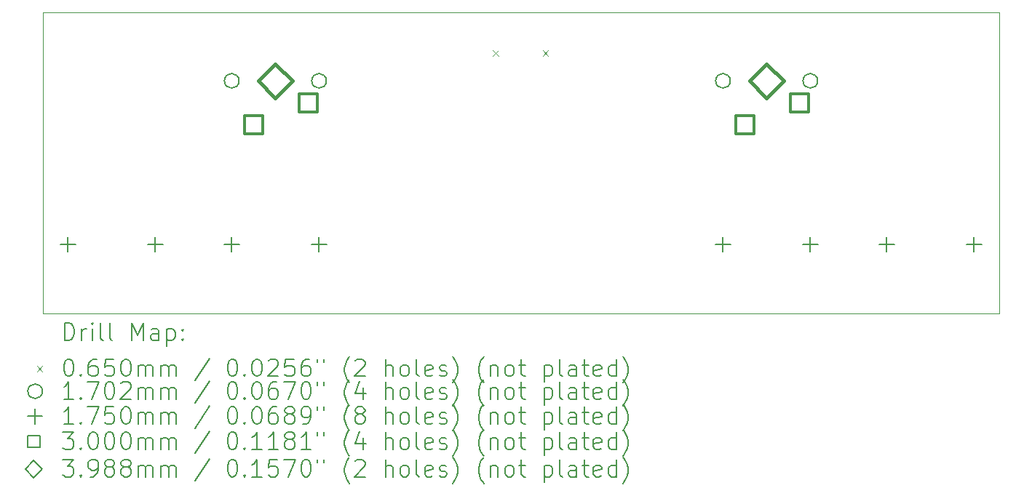
<source format=gbr>
%FSLAX45Y45*%
G04 Gerber Fmt 4.5, Leading zero omitted, Abs format (unit mm)*
G04 Created by KiCad (PCBNEW (6.0.0)) date 2023-06-02 21:34:01*
%MOMM*%
%LPD*%
G01*
G04 APERTURE LIST*
%TA.AperFunction,Profile*%
%ADD10C,0.100000*%
%TD*%
%ADD11C,0.200000*%
%ADD12C,0.065000*%
%ADD13C,0.170180*%
%ADD14C,0.175000*%
%ADD15C,0.300000*%
%ADD16C,0.398780*%
G04 APERTURE END LIST*
D10*
X25365000Y-8000000D02*
X14240000Y-8000000D01*
X14240000Y-8000000D02*
X14240000Y-4495000D01*
X14240000Y-4495000D02*
X25365000Y-4495000D01*
X25365000Y-4495000D02*
X25365000Y-8000000D01*
D11*
D12*
X19476000Y-4939000D02*
X19541000Y-5004000D01*
X19541000Y-4939000D02*
X19476000Y-5004000D01*
X20054000Y-4939000D02*
X20119000Y-5004000D01*
X20119000Y-4939000D02*
X20054000Y-5004000D01*
D13*
X16522090Y-5295000D02*
G75*
G03*
X16522090Y-5295000I-85090J0D01*
G01*
X17538090Y-5295000D02*
G75*
G03*
X17538090Y-5295000I-85090J0D01*
G01*
X22237090Y-5295000D02*
G75*
G03*
X22237090Y-5295000I-85090J0D01*
G01*
X23253090Y-5295000D02*
G75*
G03*
X23253090Y-5295000I-85090J0D01*
G01*
D14*
X14532000Y-7112500D02*
X14532000Y-7287500D01*
X14444500Y-7200000D02*
X14619500Y-7200000D01*
X15548000Y-7112500D02*
X15548000Y-7287500D01*
X15460500Y-7200000D02*
X15635500Y-7200000D01*
X16437000Y-7112500D02*
X16437000Y-7287500D01*
X16349500Y-7200000D02*
X16524500Y-7200000D01*
X17453000Y-7112500D02*
X17453000Y-7287500D01*
X17365500Y-7200000D02*
X17540500Y-7200000D01*
X22152000Y-7112500D02*
X22152000Y-7287500D01*
X22064500Y-7200000D02*
X22239500Y-7200000D01*
X23168000Y-7112500D02*
X23168000Y-7287500D01*
X23080500Y-7200000D02*
X23255500Y-7200000D01*
X24057000Y-7112500D02*
X24057000Y-7287500D01*
X23969500Y-7200000D02*
X24144500Y-7200000D01*
X25073000Y-7112500D02*
X25073000Y-7287500D01*
X24985500Y-7200000D02*
X25160500Y-7200000D01*
D15*
X16797067Y-5909067D02*
X16797067Y-5696933D01*
X16584933Y-5696933D01*
X16584933Y-5909067D01*
X16797067Y-5909067D01*
X17432067Y-5655067D02*
X17432067Y-5442933D01*
X17219933Y-5442933D01*
X17219933Y-5655067D01*
X17432067Y-5655067D01*
X22512067Y-5909067D02*
X22512067Y-5696933D01*
X22299933Y-5696933D01*
X22299933Y-5909067D01*
X22512067Y-5909067D01*
X23147067Y-5655067D02*
X23147067Y-5442933D01*
X22934933Y-5442933D01*
X22934933Y-5655067D01*
X23147067Y-5655067D01*
D16*
X16945000Y-5494390D02*
X17144390Y-5295000D01*
X16945000Y-5095610D01*
X16745610Y-5295000D01*
X16945000Y-5494390D01*
X22660000Y-5494390D02*
X22859390Y-5295000D01*
X22660000Y-5095610D01*
X22460610Y-5295000D01*
X22660000Y-5494390D01*
D11*
X14492619Y-8315476D02*
X14492619Y-8115476D01*
X14540238Y-8115476D01*
X14568809Y-8125000D01*
X14587857Y-8144048D01*
X14597381Y-8163095D01*
X14606905Y-8201190D01*
X14606905Y-8229762D01*
X14597381Y-8267857D01*
X14587857Y-8286905D01*
X14568809Y-8305952D01*
X14540238Y-8315476D01*
X14492619Y-8315476D01*
X14692619Y-8315476D02*
X14692619Y-8182143D01*
X14692619Y-8220238D02*
X14702143Y-8201190D01*
X14711667Y-8191667D01*
X14730714Y-8182143D01*
X14749762Y-8182143D01*
X14816428Y-8315476D02*
X14816428Y-8182143D01*
X14816428Y-8115476D02*
X14806905Y-8125000D01*
X14816428Y-8134524D01*
X14825952Y-8125000D01*
X14816428Y-8115476D01*
X14816428Y-8134524D01*
X14940238Y-8315476D02*
X14921190Y-8305952D01*
X14911667Y-8286905D01*
X14911667Y-8115476D01*
X15045000Y-8315476D02*
X15025952Y-8305952D01*
X15016428Y-8286905D01*
X15016428Y-8115476D01*
X15273571Y-8315476D02*
X15273571Y-8115476D01*
X15340238Y-8258333D01*
X15406905Y-8115476D01*
X15406905Y-8315476D01*
X15587857Y-8315476D02*
X15587857Y-8210714D01*
X15578333Y-8191667D01*
X15559286Y-8182143D01*
X15521190Y-8182143D01*
X15502143Y-8191667D01*
X15587857Y-8305952D02*
X15568809Y-8315476D01*
X15521190Y-8315476D01*
X15502143Y-8305952D01*
X15492619Y-8286905D01*
X15492619Y-8267857D01*
X15502143Y-8248809D01*
X15521190Y-8239286D01*
X15568809Y-8239286D01*
X15587857Y-8229762D01*
X15683095Y-8182143D02*
X15683095Y-8382143D01*
X15683095Y-8191667D02*
X15702143Y-8182143D01*
X15740238Y-8182143D01*
X15759286Y-8191667D01*
X15768809Y-8201190D01*
X15778333Y-8220238D01*
X15778333Y-8277381D01*
X15768809Y-8296428D01*
X15759286Y-8305952D01*
X15740238Y-8315476D01*
X15702143Y-8315476D01*
X15683095Y-8305952D01*
X15864048Y-8296428D02*
X15873571Y-8305952D01*
X15864048Y-8315476D01*
X15854524Y-8305952D01*
X15864048Y-8296428D01*
X15864048Y-8315476D01*
X15864048Y-8191667D02*
X15873571Y-8201190D01*
X15864048Y-8210714D01*
X15854524Y-8201190D01*
X15864048Y-8191667D01*
X15864048Y-8210714D01*
D12*
X14170000Y-8612500D02*
X14235000Y-8677500D01*
X14235000Y-8612500D02*
X14170000Y-8677500D01*
D11*
X14530714Y-8535476D02*
X14549762Y-8535476D01*
X14568809Y-8545000D01*
X14578333Y-8554524D01*
X14587857Y-8573571D01*
X14597381Y-8611667D01*
X14597381Y-8659286D01*
X14587857Y-8697381D01*
X14578333Y-8716429D01*
X14568809Y-8725952D01*
X14549762Y-8735476D01*
X14530714Y-8735476D01*
X14511667Y-8725952D01*
X14502143Y-8716429D01*
X14492619Y-8697381D01*
X14483095Y-8659286D01*
X14483095Y-8611667D01*
X14492619Y-8573571D01*
X14502143Y-8554524D01*
X14511667Y-8545000D01*
X14530714Y-8535476D01*
X14683095Y-8716429D02*
X14692619Y-8725952D01*
X14683095Y-8735476D01*
X14673571Y-8725952D01*
X14683095Y-8716429D01*
X14683095Y-8735476D01*
X14864048Y-8535476D02*
X14825952Y-8535476D01*
X14806905Y-8545000D01*
X14797381Y-8554524D01*
X14778333Y-8583095D01*
X14768809Y-8621190D01*
X14768809Y-8697381D01*
X14778333Y-8716429D01*
X14787857Y-8725952D01*
X14806905Y-8735476D01*
X14845000Y-8735476D01*
X14864048Y-8725952D01*
X14873571Y-8716429D01*
X14883095Y-8697381D01*
X14883095Y-8649762D01*
X14873571Y-8630714D01*
X14864048Y-8621190D01*
X14845000Y-8611667D01*
X14806905Y-8611667D01*
X14787857Y-8621190D01*
X14778333Y-8630714D01*
X14768809Y-8649762D01*
X15064048Y-8535476D02*
X14968809Y-8535476D01*
X14959286Y-8630714D01*
X14968809Y-8621190D01*
X14987857Y-8611667D01*
X15035476Y-8611667D01*
X15054524Y-8621190D01*
X15064048Y-8630714D01*
X15073571Y-8649762D01*
X15073571Y-8697381D01*
X15064048Y-8716429D01*
X15054524Y-8725952D01*
X15035476Y-8735476D01*
X14987857Y-8735476D01*
X14968809Y-8725952D01*
X14959286Y-8716429D01*
X15197381Y-8535476D02*
X15216428Y-8535476D01*
X15235476Y-8545000D01*
X15245000Y-8554524D01*
X15254524Y-8573571D01*
X15264048Y-8611667D01*
X15264048Y-8659286D01*
X15254524Y-8697381D01*
X15245000Y-8716429D01*
X15235476Y-8725952D01*
X15216428Y-8735476D01*
X15197381Y-8735476D01*
X15178333Y-8725952D01*
X15168809Y-8716429D01*
X15159286Y-8697381D01*
X15149762Y-8659286D01*
X15149762Y-8611667D01*
X15159286Y-8573571D01*
X15168809Y-8554524D01*
X15178333Y-8545000D01*
X15197381Y-8535476D01*
X15349762Y-8735476D02*
X15349762Y-8602143D01*
X15349762Y-8621190D02*
X15359286Y-8611667D01*
X15378333Y-8602143D01*
X15406905Y-8602143D01*
X15425952Y-8611667D01*
X15435476Y-8630714D01*
X15435476Y-8735476D01*
X15435476Y-8630714D02*
X15445000Y-8611667D01*
X15464048Y-8602143D01*
X15492619Y-8602143D01*
X15511667Y-8611667D01*
X15521190Y-8630714D01*
X15521190Y-8735476D01*
X15616428Y-8735476D02*
X15616428Y-8602143D01*
X15616428Y-8621190D02*
X15625952Y-8611667D01*
X15645000Y-8602143D01*
X15673571Y-8602143D01*
X15692619Y-8611667D01*
X15702143Y-8630714D01*
X15702143Y-8735476D01*
X15702143Y-8630714D02*
X15711667Y-8611667D01*
X15730714Y-8602143D01*
X15759286Y-8602143D01*
X15778333Y-8611667D01*
X15787857Y-8630714D01*
X15787857Y-8735476D01*
X16178333Y-8525952D02*
X16006905Y-8783095D01*
X16435476Y-8535476D02*
X16454524Y-8535476D01*
X16473571Y-8545000D01*
X16483095Y-8554524D01*
X16492619Y-8573571D01*
X16502143Y-8611667D01*
X16502143Y-8659286D01*
X16492619Y-8697381D01*
X16483095Y-8716429D01*
X16473571Y-8725952D01*
X16454524Y-8735476D01*
X16435476Y-8735476D01*
X16416428Y-8725952D01*
X16406905Y-8716429D01*
X16397381Y-8697381D01*
X16387857Y-8659286D01*
X16387857Y-8611667D01*
X16397381Y-8573571D01*
X16406905Y-8554524D01*
X16416428Y-8545000D01*
X16435476Y-8535476D01*
X16587857Y-8716429D02*
X16597381Y-8725952D01*
X16587857Y-8735476D01*
X16578333Y-8725952D01*
X16587857Y-8716429D01*
X16587857Y-8735476D01*
X16721190Y-8535476D02*
X16740238Y-8535476D01*
X16759286Y-8545000D01*
X16768809Y-8554524D01*
X16778333Y-8573571D01*
X16787857Y-8611667D01*
X16787857Y-8659286D01*
X16778333Y-8697381D01*
X16768809Y-8716429D01*
X16759286Y-8725952D01*
X16740238Y-8735476D01*
X16721190Y-8735476D01*
X16702143Y-8725952D01*
X16692619Y-8716429D01*
X16683095Y-8697381D01*
X16673571Y-8659286D01*
X16673571Y-8611667D01*
X16683095Y-8573571D01*
X16692619Y-8554524D01*
X16702143Y-8545000D01*
X16721190Y-8535476D01*
X16864048Y-8554524D02*
X16873571Y-8545000D01*
X16892619Y-8535476D01*
X16940238Y-8535476D01*
X16959286Y-8545000D01*
X16968810Y-8554524D01*
X16978333Y-8573571D01*
X16978333Y-8592619D01*
X16968810Y-8621190D01*
X16854524Y-8735476D01*
X16978333Y-8735476D01*
X17159286Y-8535476D02*
X17064048Y-8535476D01*
X17054524Y-8630714D01*
X17064048Y-8621190D01*
X17083095Y-8611667D01*
X17130714Y-8611667D01*
X17149762Y-8621190D01*
X17159286Y-8630714D01*
X17168810Y-8649762D01*
X17168810Y-8697381D01*
X17159286Y-8716429D01*
X17149762Y-8725952D01*
X17130714Y-8735476D01*
X17083095Y-8735476D01*
X17064048Y-8725952D01*
X17054524Y-8716429D01*
X17340238Y-8535476D02*
X17302143Y-8535476D01*
X17283095Y-8545000D01*
X17273571Y-8554524D01*
X17254524Y-8583095D01*
X17245000Y-8621190D01*
X17245000Y-8697381D01*
X17254524Y-8716429D01*
X17264048Y-8725952D01*
X17283095Y-8735476D01*
X17321190Y-8735476D01*
X17340238Y-8725952D01*
X17349762Y-8716429D01*
X17359286Y-8697381D01*
X17359286Y-8649762D01*
X17349762Y-8630714D01*
X17340238Y-8621190D01*
X17321190Y-8611667D01*
X17283095Y-8611667D01*
X17264048Y-8621190D01*
X17254524Y-8630714D01*
X17245000Y-8649762D01*
X17435476Y-8535476D02*
X17435476Y-8573571D01*
X17511667Y-8535476D02*
X17511667Y-8573571D01*
X17806905Y-8811667D02*
X17797381Y-8802143D01*
X17778333Y-8773571D01*
X17768810Y-8754524D01*
X17759286Y-8725952D01*
X17749762Y-8678333D01*
X17749762Y-8640238D01*
X17759286Y-8592619D01*
X17768810Y-8564048D01*
X17778333Y-8545000D01*
X17797381Y-8516429D01*
X17806905Y-8506905D01*
X17873571Y-8554524D02*
X17883095Y-8545000D01*
X17902143Y-8535476D01*
X17949762Y-8535476D01*
X17968810Y-8545000D01*
X17978333Y-8554524D01*
X17987857Y-8573571D01*
X17987857Y-8592619D01*
X17978333Y-8621190D01*
X17864048Y-8735476D01*
X17987857Y-8735476D01*
X18225952Y-8735476D02*
X18225952Y-8535476D01*
X18311667Y-8735476D02*
X18311667Y-8630714D01*
X18302143Y-8611667D01*
X18283095Y-8602143D01*
X18254524Y-8602143D01*
X18235476Y-8611667D01*
X18225952Y-8621190D01*
X18435476Y-8735476D02*
X18416429Y-8725952D01*
X18406905Y-8716429D01*
X18397381Y-8697381D01*
X18397381Y-8640238D01*
X18406905Y-8621190D01*
X18416429Y-8611667D01*
X18435476Y-8602143D01*
X18464048Y-8602143D01*
X18483095Y-8611667D01*
X18492619Y-8621190D01*
X18502143Y-8640238D01*
X18502143Y-8697381D01*
X18492619Y-8716429D01*
X18483095Y-8725952D01*
X18464048Y-8735476D01*
X18435476Y-8735476D01*
X18616429Y-8735476D02*
X18597381Y-8725952D01*
X18587857Y-8706905D01*
X18587857Y-8535476D01*
X18768810Y-8725952D02*
X18749762Y-8735476D01*
X18711667Y-8735476D01*
X18692619Y-8725952D01*
X18683095Y-8706905D01*
X18683095Y-8630714D01*
X18692619Y-8611667D01*
X18711667Y-8602143D01*
X18749762Y-8602143D01*
X18768810Y-8611667D01*
X18778333Y-8630714D01*
X18778333Y-8649762D01*
X18683095Y-8668810D01*
X18854524Y-8725952D02*
X18873571Y-8735476D01*
X18911667Y-8735476D01*
X18930714Y-8725952D01*
X18940238Y-8706905D01*
X18940238Y-8697381D01*
X18930714Y-8678333D01*
X18911667Y-8668810D01*
X18883095Y-8668810D01*
X18864048Y-8659286D01*
X18854524Y-8640238D01*
X18854524Y-8630714D01*
X18864048Y-8611667D01*
X18883095Y-8602143D01*
X18911667Y-8602143D01*
X18930714Y-8611667D01*
X19006905Y-8811667D02*
X19016429Y-8802143D01*
X19035476Y-8773571D01*
X19045000Y-8754524D01*
X19054524Y-8725952D01*
X19064048Y-8678333D01*
X19064048Y-8640238D01*
X19054524Y-8592619D01*
X19045000Y-8564048D01*
X19035476Y-8545000D01*
X19016429Y-8516429D01*
X19006905Y-8506905D01*
X19368810Y-8811667D02*
X19359286Y-8802143D01*
X19340238Y-8773571D01*
X19330714Y-8754524D01*
X19321190Y-8725952D01*
X19311667Y-8678333D01*
X19311667Y-8640238D01*
X19321190Y-8592619D01*
X19330714Y-8564048D01*
X19340238Y-8545000D01*
X19359286Y-8516429D01*
X19368810Y-8506905D01*
X19445000Y-8602143D02*
X19445000Y-8735476D01*
X19445000Y-8621190D02*
X19454524Y-8611667D01*
X19473571Y-8602143D01*
X19502143Y-8602143D01*
X19521190Y-8611667D01*
X19530714Y-8630714D01*
X19530714Y-8735476D01*
X19654524Y-8735476D02*
X19635476Y-8725952D01*
X19625952Y-8716429D01*
X19616429Y-8697381D01*
X19616429Y-8640238D01*
X19625952Y-8621190D01*
X19635476Y-8611667D01*
X19654524Y-8602143D01*
X19683095Y-8602143D01*
X19702143Y-8611667D01*
X19711667Y-8621190D01*
X19721190Y-8640238D01*
X19721190Y-8697381D01*
X19711667Y-8716429D01*
X19702143Y-8725952D01*
X19683095Y-8735476D01*
X19654524Y-8735476D01*
X19778333Y-8602143D02*
X19854524Y-8602143D01*
X19806905Y-8535476D02*
X19806905Y-8706905D01*
X19816429Y-8725952D01*
X19835476Y-8735476D01*
X19854524Y-8735476D01*
X20073571Y-8602143D02*
X20073571Y-8802143D01*
X20073571Y-8611667D02*
X20092619Y-8602143D01*
X20130714Y-8602143D01*
X20149762Y-8611667D01*
X20159286Y-8621190D01*
X20168810Y-8640238D01*
X20168810Y-8697381D01*
X20159286Y-8716429D01*
X20149762Y-8725952D01*
X20130714Y-8735476D01*
X20092619Y-8735476D01*
X20073571Y-8725952D01*
X20283095Y-8735476D02*
X20264048Y-8725952D01*
X20254524Y-8706905D01*
X20254524Y-8535476D01*
X20445000Y-8735476D02*
X20445000Y-8630714D01*
X20435476Y-8611667D01*
X20416429Y-8602143D01*
X20378333Y-8602143D01*
X20359286Y-8611667D01*
X20445000Y-8725952D02*
X20425952Y-8735476D01*
X20378333Y-8735476D01*
X20359286Y-8725952D01*
X20349762Y-8706905D01*
X20349762Y-8687857D01*
X20359286Y-8668810D01*
X20378333Y-8659286D01*
X20425952Y-8659286D01*
X20445000Y-8649762D01*
X20511667Y-8602143D02*
X20587857Y-8602143D01*
X20540238Y-8535476D02*
X20540238Y-8706905D01*
X20549762Y-8725952D01*
X20568810Y-8735476D01*
X20587857Y-8735476D01*
X20730714Y-8725952D02*
X20711667Y-8735476D01*
X20673571Y-8735476D01*
X20654524Y-8725952D01*
X20645000Y-8706905D01*
X20645000Y-8630714D01*
X20654524Y-8611667D01*
X20673571Y-8602143D01*
X20711667Y-8602143D01*
X20730714Y-8611667D01*
X20740238Y-8630714D01*
X20740238Y-8649762D01*
X20645000Y-8668810D01*
X20911667Y-8735476D02*
X20911667Y-8535476D01*
X20911667Y-8725952D02*
X20892619Y-8735476D01*
X20854524Y-8735476D01*
X20835476Y-8725952D01*
X20825952Y-8716429D01*
X20816429Y-8697381D01*
X20816429Y-8640238D01*
X20825952Y-8621190D01*
X20835476Y-8611667D01*
X20854524Y-8602143D01*
X20892619Y-8602143D01*
X20911667Y-8611667D01*
X20987857Y-8811667D02*
X20997381Y-8802143D01*
X21016429Y-8773571D01*
X21025952Y-8754524D01*
X21035476Y-8725952D01*
X21045000Y-8678333D01*
X21045000Y-8640238D01*
X21035476Y-8592619D01*
X21025952Y-8564048D01*
X21016429Y-8545000D01*
X20997381Y-8516429D01*
X20987857Y-8506905D01*
D13*
X14235000Y-8909000D02*
G75*
G03*
X14235000Y-8909000I-85090J0D01*
G01*
D11*
X14597381Y-8999476D02*
X14483095Y-8999476D01*
X14540238Y-8999476D02*
X14540238Y-8799476D01*
X14521190Y-8828048D01*
X14502143Y-8847095D01*
X14483095Y-8856619D01*
X14683095Y-8980429D02*
X14692619Y-8989952D01*
X14683095Y-8999476D01*
X14673571Y-8989952D01*
X14683095Y-8980429D01*
X14683095Y-8999476D01*
X14759286Y-8799476D02*
X14892619Y-8799476D01*
X14806905Y-8999476D01*
X15006905Y-8799476D02*
X15025952Y-8799476D01*
X15045000Y-8809000D01*
X15054524Y-8818524D01*
X15064048Y-8837571D01*
X15073571Y-8875667D01*
X15073571Y-8923286D01*
X15064048Y-8961381D01*
X15054524Y-8980429D01*
X15045000Y-8989952D01*
X15025952Y-8999476D01*
X15006905Y-8999476D01*
X14987857Y-8989952D01*
X14978333Y-8980429D01*
X14968809Y-8961381D01*
X14959286Y-8923286D01*
X14959286Y-8875667D01*
X14968809Y-8837571D01*
X14978333Y-8818524D01*
X14987857Y-8809000D01*
X15006905Y-8799476D01*
X15149762Y-8818524D02*
X15159286Y-8809000D01*
X15178333Y-8799476D01*
X15225952Y-8799476D01*
X15245000Y-8809000D01*
X15254524Y-8818524D01*
X15264048Y-8837571D01*
X15264048Y-8856619D01*
X15254524Y-8885190D01*
X15140238Y-8999476D01*
X15264048Y-8999476D01*
X15349762Y-8999476D02*
X15349762Y-8866143D01*
X15349762Y-8885190D02*
X15359286Y-8875667D01*
X15378333Y-8866143D01*
X15406905Y-8866143D01*
X15425952Y-8875667D01*
X15435476Y-8894714D01*
X15435476Y-8999476D01*
X15435476Y-8894714D02*
X15445000Y-8875667D01*
X15464048Y-8866143D01*
X15492619Y-8866143D01*
X15511667Y-8875667D01*
X15521190Y-8894714D01*
X15521190Y-8999476D01*
X15616428Y-8999476D02*
X15616428Y-8866143D01*
X15616428Y-8885190D02*
X15625952Y-8875667D01*
X15645000Y-8866143D01*
X15673571Y-8866143D01*
X15692619Y-8875667D01*
X15702143Y-8894714D01*
X15702143Y-8999476D01*
X15702143Y-8894714D02*
X15711667Y-8875667D01*
X15730714Y-8866143D01*
X15759286Y-8866143D01*
X15778333Y-8875667D01*
X15787857Y-8894714D01*
X15787857Y-8999476D01*
X16178333Y-8789952D02*
X16006905Y-9047095D01*
X16435476Y-8799476D02*
X16454524Y-8799476D01*
X16473571Y-8809000D01*
X16483095Y-8818524D01*
X16492619Y-8837571D01*
X16502143Y-8875667D01*
X16502143Y-8923286D01*
X16492619Y-8961381D01*
X16483095Y-8980429D01*
X16473571Y-8989952D01*
X16454524Y-8999476D01*
X16435476Y-8999476D01*
X16416428Y-8989952D01*
X16406905Y-8980429D01*
X16397381Y-8961381D01*
X16387857Y-8923286D01*
X16387857Y-8875667D01*
X16397381Y-8837571D01*
X16406905Y-8818524D01*
X16416428Y-8809000D01*
X16435476Y-8799476D01*
X16587857Y-8980429D02*
X16597381Y-8989952D01*
X16587857Y-8999476D01*
X16578333Y-8989952D01*
X16587857Y-8980429D01*
X16587857Y-8999476D01*
X16721190Y-8799476D02*
X16740238Y-8799476D01*
X16759286Y-8809000D01*
X16768809Y-8818524D01*
X16778333Y-8837571D01*
X16787857Y-8875667D01*
X16787857Y-8923286D01*
X16778333Y-8961381D01*
X16768809Y-8980429D01*
X16759286Y-8989952D01*
X16740238Y-8999476D01*
X16721190Y-8999476D01*
X16702143Y-8989952D01*
X16692619Y-8980429D01*
X16683095Y-8961381D01*
X16673571Y-8923286D01*
X16673571Y-8875667D01*
X16683095Y-8837571D01*
X16692619Y-8818524D01*
X16702143Y-8809000D01*
X16721190Y-8799476D01*
X16959286Y-8799476D02*
X16921190Y-8799476D01*
X16902143Y-8809000D01*
X16892619Y-8818524D01*
X16873571Y-8847095D01*
X16864048Y-8885190D01*
X16864048Y-8961381D01*
X16873571Y-8980429D01*
X16883095Y-8989952D01*
X16902143Y-8999476D01*
X16940238Y-8999476D01*
X16959286Y-8989952D01*
X16968810Y-8980429D01*
X16978333Y-8961381D01*
X16978333Y-8913762D01*
X16968810Y-8894714D01*
X16959286Y-8885190D01*
X16940238Y-8875667D01*
X16902143Y-8875667D01*
X16883095Y-8885190D01*
X16873571Y-8894714D01*
X16864048Y-8913762D01*
X17045000Y-8799476D02*
X17178333Y-8799476D01*
X17092619Y-8999476D01*
X17292619Y-8799476D02*
X17311667Y-8799476D01*
X17330714Y-8809000D01*
X17340238Y-8818524D01*
X17349762Y-8837571D01*
X17359286Y-8875667D01*
X17359286Y-8923286D01*
X17349762Y-8961381D01*
X17340238Y-8980429D01*
X17330714Y-8989952D01*
X17311667Y-8999476D01*
X17292619Y-8999476D01*
X17273571Y-8989952D01*
X17264048Y-8980429D01*
X17254524Y-8961381D01*
X17245000Y-8923286D01*
X17245000Y-8875667D01*
X17254524Y-8837571D01*
X17264048Y-8818524D01*
X17273571Y-8809000D01*
X17292619Y-8799476D01*
X17435476Y-8799476D02*
X17435476Y-8837571D01*
X17511667Y-8799476D02*
X17511667Y-8837571D01*
X17806905Y-9075667D02*
X17797381Y-9066143D01*
X17778333Y-9037571D01*
X17768810Y-9018524D01*
X17759286Y-8989952D01*
X17749762Y-8942333D01*
X17749762Y-8904238D01*
X17759286Y-8856619D01*
X17768810Y-8828048D01*
X17778333Y-8809000D01*
X17797381Y-8780429D01*
X17806905Y-8770905D01*
X17968810Y-8866143D02*
X17968810Y-8999476D01*
X17921190Y-8789952D02*
X17873571Y-8932810D01*
X17997381Y-8932810D01*
X18225952Y-8999476D02*
X18225952Y-8799476D01*
X18311667Y-8999476D02*
X18311667Y-8894714D01*
X18302143Y-8875667D01*
X18283095Y-8866143D01*
X18254524Y-8866143D01*
X18235476Y-8875667D01*
X18225952Y-8885190D01*
X18435476Y-8999476D02*
X18416429Y-8989952D01*
X18406905Y-8980429D01*
X18397381Y-8961381D01*
X18397381Y-8904238D01*
X18406905Y-8885190D01*
X18416429Y-8875667D01*
X18435476Y-8866143D01*
X18464048Y-8866143D01*
X18483095Y-8875667D01*
X18492619Y-8885190D01*
X18502143Y-8904238D01*
X18502143Y-8961381D01*
X18492619Y-8980429D01*
X18483095Y-8989952D01*
X18464048Y-8999476D01*
X18435476Y-8999476D01*
X18616429Y-8999476D02*
X18597381Y-8989952D01*
X18587857Y-8970905D01*
X18587857Y-8799476D01*
X18768810Y-8989952D02*
X18749762Y-8999476D01*
X18711667Y-8999476D01*
X18692619Y-8989952D01*
X18683095Y-8970905D01*
X18683095Y-8894714D01*
X18692619Y-8875667D01*
X18711667Y-8866143D01*
X18749762Y-8866143D01*
X18768810Y-8875667D01*
X18778333Y-8894714D01*
X18778333Y-8913762D01*
X18683095Y-8932810D01*
X18854524Y-8989952D02*
X18873571Y-8999476D01*
X18911667Y-8999476D01*
X18930714Y-8989952D01*
X18940238Y-8970905D01*
X18940238Y-8961381D01*
X18930714Y-8942333D01*
X18911667Y-8932810D01*
X18883095Y-8932810D01*
X18864048Y-8923286D01*
X18854524Y-8904238D01*
X18854524Y-8894714D01*
X18864048Y-8875667D01*
X18883095Y-8866143D01*
X18911667Y-8866143D01*
X18930714Y-8875667D01*
X19006905Y-9075667D02*
X19016429Y-9066143D01*
X19035476Y-9037571D01*
X19045000Y-9018524D01*
X19054524Y-8989952D01*
X19064048Y-8942333D01*
X19064048Y-8904238D01*
X19054524Y-8856619D01*
X19045000Y-8828048D01*
X19035476Y-8809000D01*
X19016429Y-8780429D01*
X19006905Y-8770905D01*
X19368810Y-9075667D02*
X19359286Y-9066143D01*
X19340238Y-9037571D01*
X19330714Y-9018524D01*
X19321190Y-8989952D01*
X19311667Y-8942333D01*
X19311667Y-8904238D01*
X19321190Y-8856619D01*
X19330714Y-8828048D01*
X19340238Y-8809000D01*
X19359286Y-8780429D01*
X19368810Y-8770905D01*
X19445000Y-8866143D02*
X19445000Y-8999476D01*
X19445000Y-8885190D02*
X19454524Y-8875667D01*
X19473571Y-8866143D01*
X19502143Y-8866143D01*
X19521190Y-8875667D01*
X19530714Y-8894714D01*
X19530714Y-8999476D01*
X19654524Y-8999476D02*
X19635476Y-8989952D01*
X19625952Y-8980429D01*
X19616429Y-8961381D01*
X19616429Y-8904238D01*
X19625952Y-8885190D01*
X19635476Y-8875667D01*
X19654524Y-8866143D01*
X19683095Y-8866143D01*
X19702143Y-8875667D01*
X19711667Y-8885190D01*
X19721190Y-8904238D01*
X19721190Y-8961381D01*
X19711667Y-8980429D01*
X19702143Y-8989952D01*
X19683095Y-8999476D01*
X19654524Y-8999476D01*
X19778333Y-8866143D02*
X19854524Y-8866143D01*
X19806905Y-8799476D02*
X19806905Y-8970905D01*
X19816429Y-8989952D01*
X19835476Y-8999476D01*
X19854524Y-8999476D01*
X20073571Y-8866143D02*
X20073571Y-9066143D01*
X20073571Y-8875667D02*
X20092619Y-8866143D01*
X20130714Y-8866143D01*
X20149762Y-8875667D01*
X20159286Y-8885190D01*
X20168810Y-8904238D01*
X20168810Y-8961381D01*
X20159286Y-8980429D01*
X20149762Y-8989952D01*
X20130714Y-8999476D01*
X20092619Y-8999476D01*
X20073571Y-8989952D01*
X20283095Y-8999476D02*
X20264048Y-8989952D01*
X20254524Y-8970905D01*
X20254524Y-8799476D01*
X20445000Y-8999476D02*
X20445000Y-8894714D01*
X20435476Y-8875667D01*
X20416429Y-8866143D01*
X20378333Y-8866143D01*
X20359286Y-8875667D01*
X20445000Y-8989952D02*
X20425952Y-8999476D01*
X20378333Y-8999476D01*
X20359286Y-8989952D01*
X20349762Y-8970905D01*
X20349762Y-8951857D01*
X20359286Y-8932810D01*
X20378333Y-8923286D01*
X20425952Y-8923286D01*
X20445000Y-8913762D01*
X20511667Y-8866143D02*
X20587857Y-8866143D01*
X20540238Y-8799476D02*
X20540238Y-8970905D01*
X20549762Y-8989952D01*
X20568810Y-8999476D01*
X20587857Y-8999476D01*
X20730714Y-8989952D02*
X20711667Y-8999476D01*
X20673571Y-8999476D01*
X20654524Y-8989952D01*
X20645000Y-8970905D01*
X20645000Y-8894714D01*
X20654524Y-8875667D01*
X20673571Y-8866143D01*
X20711667Y-8866143D01*
X20730714Y-8875667D01*
X20740238Y-8894714D01*
X20740238Y-8913762D01*
X20645000Y-8932810D01*
X20911667Y-8999476D02*
X20911667Y-8799476D01*
X20911667Y-8989952D02*
X20892619Y-8999476D01*
X20854524Y-8999476D01*
X20835476Y-8989952D01*
X20825952Y-8980429D01*
X20816429Y-8961381D01*
X20816429Y-8904238D01*
X20825952Y-8885190D01*
X20835476Y-8875667D01*
X20854524Y-8866143D01*
X20892619Y-8866143D01*
X20911667Y-8875667D01*
X20987857Y-9075667D02*
X20997381Y-9066143D01*
X21016429Y-9037571D01*
X21025952Y-9018524D01*
X21035476Y-8989952D01*
X21045000Y-8942333D01*
X21045000Y-8904238D01*
X21035476Y-8856619D01*
X21025952Y-8828048D01*
X21016429Y-8809000D01*
X20997381Y-8780429D01*
X20987857Y-8770905D01*
D14*
X14147500Y-9111680D02*
X14147500Y-9286680D01*
X14060000Y-9199180D02*
X14235000Y-9199180D01*
D11*
X14597381Y-9289656D02*
X14483095Y-9289656D01*
X14540238Y-9289656D02*
X14540238Y-9089656D01*
X14521190Y-9118228D01*
X14502143Y-9137275D01*
X14483095Y-9146799D01*
X14683095Y-9270609D02*
X14692619Y-9280132D01*
X14683095Y-9289656D01*
X14673571Y-9280132D01*
X14683095Y-9270609D01*
X14683095Y-9289656D01*
X14759286Y-9089656D02*
X14892619Y-9089656D01*
X14806905Y-9289656D01*
X15064048Y-9089656D02*
X14968809Y-9089656D01*
X14959286Y-9184894D01*
X14968809Y-9175370D01*
X14987857Y-9165847D01*
X15035476Y-9165847D01*
X15054524Y-9175370D01*
X15064048Y-9184894D01*
X15073571Y-9203942D01*
X15073571Y-9251561D01*
X15064048Y-9270609D01*
X15054524Y-9280132D01*
X15035476Y-9289656D01*
X14987857Y-9289656D01*
X14968809Y-9280132D01*
X14959286Y-9270609D01*
X15197381Y-9089656D02*
X15216428Y-9089656D01*
X15235476Y-9099180D01*
X15245000Y-9108704D01*
X15254524Y-9127751D01*
X15264048Y-9165847D01*
X15264048Y-9213466D01*
X15254524Y-9251561D01*
X15245000Y-9270609D01*
X15235476Y-9280132D01*
X15216428Y-9289656D01*
X15197381Y-9289656D01*
X15178333Y-9280132D01*
X15168809Y-9270609D01*
X15159286Y-9251561D01*
X15149762Y-9213466D01*
X15149762Y-9165847D01*
X15159286Y-9127751D01*
X15168809Y-9108704D01*
X15178333Y-9099180D01*
X15197381Y-9089656D01*
X15349762Y-9289656D02*
X15349762Y-9156323D01*
X15349762Y-9175370D02*
X15359286Y-9165847D01*
X15378333Y-9156323D01*
X15406905Y-9156323D01*
X15425952Y-9165847D01*
X15435476Y-9184894D01*
X15435476Y-9289656D01*
X15435476Y-9184894D02*
X15445000Y-9165847D01*
X15464048Y-9156323D01*
X15492619Y-9156323D01*
X15511667Y-9165847D01*
X15521190Y-9184894D01*
X15521190Y-9289656D01*
X15616428Y-9289656D02*
X15616428Y-9156323D01*
X15616428Y-9175370D02*
X15625952Y-9165847D01*
X15645000Y-9156323D01*
X15673571Y-9156323D01*
X15692619Y-9165847D01*
X15702143Y-9184894D01*
X15702143Y-9289656D01*
X15702143Y-9184894D02*
X15711667Y-9165847D01*
X15730714Y-9156323D01*
X15759286Y-9156323D01*
X15778333Y-9165847D01*
X15787857Y-9184894D01*
X15787857Y-9289656D01*
X16178333Y-9080132D02*
X16006905Y-9337275D01*
X16435476Y-9089656D02*
X16454524Y-9089656D01*
X16473571Y-9099180D01*
X16483095Y-9108704D01*
X16492619Y-9127751D01*
X16502143Y-9165847D01*
X16502143Y-9213466D01*
X16492619Y-9251561D01*
X16483095Y-9270609D01*
X16473571Y-9280132D01*
X16454524Y-9289656D01*
X16435476Y-9289656D01*
X16416428Y-9280132D01*
X16406905Y-9270609D01*
X16397381Y-9251561D01*
X16387857Y-9213466D01*
X16387857Y-9165847D01*
X16397381Y-9127751D01*
X16406905Y-9108704D01*
X16416428Y-9099180D01*
X16435476Y-9089656D01*
X16587857Y-9270609D02*
X16597381Y-9280132D01*
X16587857Y-9289656D01*
X16578333Y-9280132D01*
X16587857Y-9270609D01*
X16587857Y-9289656D01*
X16721190Y-9089656D02*
X16740238Y-9089656D01*
X16759286Y-9099180D01*
X16768809Y-9108704D01*
X16778333Y-9127751D01*
X16787857Y-9165847D01*
X16787857Y-9213466D01*
X16778333Y-9251561D01*
X16768809Y-9270609D01*
X16759286Y-9280132D01*
X16740238Y-9289656D01*
X16721190Y-9289656D01*
X16702143Y-9280132D01*
X16692619Y-9270609D01*
X16683095Y-9251561D01*
X16673571Y-9213466D01*
X16673571Y-9165847D01*
X16683095Y-9127751D01*
X16692619Y-9108704D01*
X16702143Y-9099180D01*
X16721190Y-9089656D01*
X16959286Y-9089656D02*
X16921190Y-9089656D01*
X16902143Y-9099180D01*
X16892619Y-9108704D01*
X16873571Y-9137275D01*
X16864048Y-9175370D01*
X16864048Y-9251561D01*
X16873571Y-9270609D01*
X16883095Y-9280132D01*
X16902143Y-9289656D01*
X16940238Y-9289656D01*
X16959286Y-9280132D01*
X16968810Y-9270609D01*
X16978333Y-9251561D01*
X16978333Y-9203942D01*
X16968810Y-9184894D01*
X16959286Y-9175370D01*
X16940238Y-9165847D01*
X16902143Y-9165847D01*
X16883095Y-9175370D01*
X16873571Y-9184894D01*
X16864048Y-9203942D01*
X17092619Y-9175370D02*
X17073571Y-9165847D01*
X17064048Y-9156323D01*
X17054524Y-9137275D01*
X17054524Y-9127751D01*
X17064048Y-9108704D01*
X17073571Y-9099180D01*
X17092619Y-9089656D01*
X17130714Y-9089656D01*
X17149762Y-9099180D01*
X17159286Y-9108704D01*
X17168810Y-9127751D01*
X17168810Y-9137275D01*
X17159286Y-9156323D01*
X17149762Y-9165847D01*
X17130714Y-9175370D01*
X17092619Y-9175370D01*
X17073571Y-9184894D01*
X17064048Y-9194418D01*
X17054524Y-9213466D01*
X17054524Y-9251561D01*
X17064048Y-9270609D01*
X17073571Y-9280132D01*
X17092619Y-9289656D01*
X17130714Y-9289656D01*
X17149762Y-9280132D01*
X17159286Y-9270609D01*
X17168810Y-9251561D01*
X17168810Y-9213466D01*
X17159286Y-9194418D01*
X17149762Y-9184894D01*
X17130714Y-9175370D01*
X17264048Y-9289656D02*
X17302143Y-9289656D01*
X17321190Y-9280132D01*
X17330714Y-9270609D01*
X17349762Y-9242037D01*
X17359286Y-9203942D01*
X17359286Y-9127751D01*
X17349762Y-9108704D01*
X17340238Y-9099180D01*
X17321190Y-9089656D01*
X17283095Y-9089656D01*
X17264048Y-9099180D01*
X17254524Y-9108704D01*
X17245000Y-9127751D01*
X17245000Y-9175370D01*
X17254524Y-9194418D01*
X17264048Y-9203942D01*
X17283095Y-9213466D01*
X17321190Y-9213466D01*
X17340238Y-9203942D01*
X17349762Y-9194418D01*
X17359286Y-9175370D01*
X17435476Y-9089656D02*
X17435476Y-9127751D01*
X17511667Y-9089656D02*
X17511667Y-9127751D01*
X17806905Y-9365847D02*
X17797381Y-9356323D01*
X17778333Y-9327751D01*
X17768810Y-9308704D01*
X17759286Y-9280132D01*
X17749762Y-9232513D01*
X17749762Y-9194418D01*
X17759286Y-9146799D01*
X17768810Y-9118228D01*
X17778333Y-9099180D01*
X17797381Y-9070609D01*
X17806905Y-9061085D01*
X17911667Y-9175370D02*
X17892619Y-9165847D01*
X17883095Y-9156323D01*
X17873571Y-9137275D01*
X17873571Y-9127751D01*
X17883095Y-9108704D01*
X17892619Y-9099180D01*
X17911667Y-9089656D01*
X17949762Y-9089656D01*
X17968810Y-9099180D01*
X17978333Y-9108704D01*
X17987857Y-9127751D01*
X17987857Y-9137275D01*
X17978333Y-9156323D01*
X17968810Y-9165847D01*
X17949762Y-9175370D01*
X17911667Y-9175370D01*
X17892619Y-9184894D01*
X17883095Y-9194418D01*
X17873571Y-9213466D01*
X17873571Y-9251561D01*
X17883095Y-9270609D01*
X17892619Y-9280132D01*
X17911667Y-9289656D01*
X17949762Y-9289656D01*
X17968810Y-9280132D01*
X17978333Y-9270609D01*
X17987857Y-9251561D01*
X17987857Y-9213466D01*
X17978333Y-9194418D01*
X17968810Y-9184894D01*
X17949762Y-9175370D01*
X18225952Y-9289656D02*
X18225952Y-9089656D01*
X18311667Y-9289656D02*
X18311667Y-9184894D01*
X18302143Y-9165847D01*
X18283095Y-9156323D01*
X18254524Y-9156323D01*
X18235476Y-9165847D01*
X18225952Y-9175370D01*
X18435476Y-9289656D02*
X18416429Y-9280132D01*
X18406905Y-9270609D01*
X18397381Y-9251561D01*
X18397381Y-9194418D01*
X18406905Y-9175370D01*
X18416429Y-9165847D01*
X18435476Y-9156323D01*
X18464048Y-9156323D01*
X18483095Y-9165847D01*
X18492619Y-9175370D01*
X18502143Y-9194418D01*
X18502143Y-9251561D01*
X18492619Y-9270609D01*
X18483095Y-9280132D01*
X18464048Y-9289656D01*
X18435476Y-9289656D01*
X18616429Y-9289656D02*
X18597381Y-9280132D01*
X18587857Y-9261085D01*
X18587857Y-9089656D01*
X18768810Y-9280132D02*
X18749762Y-9289656D01*
X18711667Y-9289656D01*
X18692619Y-9280132D01*
X18683095Y-9261085D01*
X18683095Y-9184894D01*
X18692619Y-9165847D01*
X18711667Y-9156323D01*
X18749762Y-9156323D01*
X18768810Y-9165847D01*
X18778333Y-9184894D01*
X18778333Y-9203942D01*
X18683095Y-9222990D01*
X18854524Y-9280132D02*
X18873571Y-9289656D01*
X18911667Y-9289656D01*
X18930714Y-9280132D01*
X18940238Y-9261085D01*
X18940238Y-9251561D01*
X18930714Y-9232513D01*
X18911667Y-9222990D01*
X18883095Y-9222990D01*
X18864048Y-9213466D01*
X18854524Y-9194418D01*
X18854524Y-9184894D01*
X18864048Y-9165847D01*
X18883095Y-9156323D01*
X18911667Y-9156323D01*
X18930714Y-9165847D01*
X19006905Y-9365847D02*
X19016429Y-9356323D01*
X19035476Y-9327751D01*
X19045000Y-9308704D01*
X19054524Y-9280132D01*
X19064048Y-9232513D01*
X19064048Y-9194418D01*
X19054524Y-9146799D01*
X19045000Y-9118228D01*
X19035476Y-9099180D01*
X19016429Y-9070609D01*
X19006905Y-9061085D01*
X19368810Y-9365847D02*
X19359286Y-9356323D01*
X19340238Y-9327751D01*
X19330714Y-9308704D01*
X19321190Y-9280132D01*
X19311667Y-9232513D01*
X19311667Y-9194418D01*
X19321190Y-9146799D01*
X19330714Y-9118228D01*
X19340238Y-9099180D01*
X19359286Y-9070609D01*
X19368810Y-9061085D01*
X19445000Y-9156323D02*
X19445000Y-9289656D01*
X19445000Y-9175370D02*
X19454524Y-9165847D01*
X19473571Y-9156323D01*
X19502143Y-9156323D01*
X19521190Y-9165847D01*
X19530714Y-9184894D01*
X19530714Y-9289656D01*
X19654524Y-9289656D02*
X19635476Y-9280132D01*
X19625952Y-9270609D01*
X19616429Y-9251561D01*
X19616429Y-9194418D01*
X19625952Y-9175370D01*
X19635476Y-9165847D01*
X19654524Y-9156323D01*
X19683095Y-9156323D01*
X19702143Y-9165847D01*
X19711667Y-9175370D01*
X19721190Y-9194418D01*
X19721190Y-9251561D01*
X19711667Y-9270609D01*
X19702143Y-9280132D01*
X19683095Y-9289656D01*
X19654524Y-9289656D01*
X19778333Y-9156323D02*
X19854524Y-9156323D01*
X19806905Y-9089656D02*
X19806905Y-9261085D01*
X19816429Y-9280132D01*
X19835476Y-9289656D01*
X19854524Y-9289656D01*
X20073571Y-9156323D02*
X20073571Y-9356323D01*
X20073571Y-9165847D02*
X20092619Y-9156323D01*
X20130714Y-9156323D01*
X20149762Y-9165847D01*
X20159286Y-9175370D01*
X20168810Y-9194418D01*
X20168810Y-9251561D01*
X20159286Y-9270609D01*
X20149762Y-9280132D01*
X20130714Y-9289656D01*
X20092619Y-9289656D01*
X20073571Y-9280132D01*
X20283095Y-9289656D02*
X20264048Y-9280132D01*
X20254524Y-9261085D01*
X20254524Y-9089656D01*
X20445000Y-9289656D02*
X20445000Y-9184894D01*
X20435476Y-9165847D01*
X20416429Y-9156323D01*
X20378333Y-9156323D01*
X20359286Y-9165847D01*
X20445000Y-9280132D02*
X20425952Y-9289656D01*
X20378333Y-9289656D01*
X20359286Y-9280132D01*
X20349762Y-9261085D01*
X20349762Y-9242037D01*
X20359286Y-9222990D01*
X20378333Y-9213466D01*
X20425952Y-9213466D01*
X20445000Y-9203942D01*
X20511667Y-9156323D02*
X20587857Y-9156323D01*
X20540238Y-9089656D02*
X20540238Y-9261085D01*
X20549762Y-9280132D01*
X20568810Y-9289656D01*
X20587857Y-9289656D01*
X20730714Y-9280132D02*
X20711667Y-9289656D01*
X20673571Y-9289656D01*
X20654524Y-9280132D01*
X20645000Y-9261085D01*
X20645000Y-9184894D01*
X20654524Y-9165847D01*
X20673571Y-9156323D01*
X20711667Y-9156323D01*
X20730714Y-9165847D01*
X20740238Y-9184894D01*
X20740238Y-9203942D01*
X20645000Y-9222990D01*
X20911667Y-9289656D02*
X20911667Y-9089656D01*
X20911667Y-9280132D02*
X20892619Y-9289656D01*
X20854524Y-9289656D01*
X20835476Y-9280132D01*
X20825952Y-9270609D01*
X20816429Y-9251561D01*
X20816429Y-9194418D01*
X20825952Y-9175370D01*
X20835476Y-9165847D01*
X20854524Y-9156323D01*
X20892619Y-9156323D01*
X20911667Y-9165847D01*
X20987857Y-9365847D02*
X20997381Y-9356323D01*
X21016429Y-9327751D01*
X21025952Y-9308704D01*
X21035476Y-9280132D01*
X21045000Y-9232513D01*
X21045000Y-9194418D01*
X21035476Y-9146799D01*
X21025952Y-9118228D01*
X21016429Y-9099180D01*
X20997381Y-9070609D01*
X20987857Y-9061085D01*
X14205711Y-9564891D02*
X14205711Y-9423469D01*
X14064289Y-9423469D01*
X14064289Y-9564891D01*
X14205711Y-9564891D01*
X14473571Y-9384656D02*
X14597381Y-9384656D01*
X14530714Y-9460847D01*
X14559286Y-9460847D01*
X14578333Y-9470370D01*
X14587857Y-9479894D01*
X14597381Y-9498942D01*
X14597381Y-9546561D01*
X14587857Y-9565609D01*
X14578333Y-9575132D01*
X14559286Y-9584656D01*
X14502143Y-9584656D01*
X14483095Y-9575132D01*
X14473571Y-9565609D01*
X14683095Y-9565609D02*
X14692619Y-9575132D01*
X14683095Y-9584656D01*
X14673571Y-9575132D01*
X14683095Y-9565609D01*
X14683095Y-9584656D01*
X14816428Y-9384656D02*
X14835476Y-9384656D01*
X14854524Y-9394180D01*
X14864048Y-9403704D01*
X14873571Y-9422751D01*
X14883095Y-9460847D01*
X14883095Y-9508466D01*
X14873571Y-9546561D01*
X14864048Y-9565609D01*
X14854524Y-9575132D01*
X14835476Y-9584656D01*
X14816428Y-9584656D01*
X14797381Y-9575132D01*
X14787857Y-9565609D01*
X14778333Y-9546561D01*
X14768809Y-9508466D01*
X14768809Y-9460847D01*
X14778333Y-9422751D01*
X14787857Y-9403704D01*
X14797381Y-9394180D01*
X14816428Y-9384656D01*
X15006905Y-9384656D02*
X15025952Y-9384656D01*
X15045000Y-9394180D01*
X15054524Y-9403704D01*
X15064048Y-9422751D01*
X15073571Y-9460847D01*
X15073571Y-9508466D01*
X15064048Y-9546561D01*
X15054524Y-9565609D01*
X15045000Y-9575132D01*
X15025952Y-9584656D01*
X15006905Y-9584656D01*
X14987857Y-9575132D01*
X14978333Y-9565609D01*
X14968809Y-9546561D01*
X14959286Y-9508466D01*
X14959286Y-9460847D01*
X14968809Y-9422751D01*
X14978333Y-9403704D01*
X14987857Y-9394180D01*
X15006905Y-9384656D01*
X15197381Y-9384656D02*
X15216428Y-9384656D01*
X15235476Y-9394180D01*
X15245000Y-9403704D01*
X15254524Y-9422751D01*
X15264048Y-9460847D01*
X15264048Y-9508466D01*
X15254524Y-9546561D01*
X15245000Y-9565609D01*
X15235476Y-9575132D01*
X15216428Y-9584656D01*
X15197381Y-9584656D01*
X15178333Y-9575132D01*
X15168809Y-9565609D01*
X15159286Y-9546561D01*
X15149762Y-9508466D01*
X15149762Y-9460847D01*
X15159286Y-9422751D01*
X15168809Y-9403704D01*
X15178333Y-9394180D01*
X15197381Y-9384656D01*
X15349762Y-9584656D02*
X15349762Y-9451323D01*
X15349762Y-9470370D02*
X15359286Y-9460847D01*
X15378333Y-9451323D01*
X15406905Y-9451323D01*
X15425952Y-9460847D01*
X15435476Y-9479894D01*
X15435476Y-9584656D01*
X15435476Y-9479894D02*
X15445000Y-9460847D01*
X15464048Y-9451323D01*
X15492619Y-9451323D01*
X15511667Y-9460847D01*
X15521190Y-9479894D01*
X15521190Y-9584656D01*
X15616428Y-9584656D02*
X15616428Y-9451323D01*
X15616428Y-9470370D02*
X15625952Y-9460847D01*
X15645000Y-9451323D01*
X15673571Y-9451323D01*
X15692619Y-9460847D01*
X15702143Y-9479894D01*
X15702143Y-9584656D01*
X15702143Y-9479894D02*
X15711667Y-9460847D01*
X15730714Y-9451323D01*
X15759286Y-9451323D01*
X15778333Y-9460847D01*
X15787857Y-9479894D01*
X15787857Y-9584656D01*
X16178333Y-9375132D02*
X16006905Y-9632275D01*
X16435476Y-9384656D02*
X16454524Y-9384656D01*
X16473571Y-9394180D01*
X16483095Y-9403704D01*
X16492619Y-9422751D01*
X16502143Y-9460847D01*
X16502143Y-9508466D01*
X16492619Y-9546561D01*
X16483095Y-9565609D01*
X16473571Y-9575132D01*
X16454524Y-9584656D01*
X16435476Y-9584656D01*
X16416428Y-9575132D01*
X16406905Y-9565609D01*
X16397381Y-9546561D01*
X16387857Y-9508466D01*
X16387857Y-9460847D01*
X16397381Y-9422751D01*
X16406905Y-9403704D01*
X16416428Y-9394180D01*
X16435476Y-9384656D01*
X16587857Y-9565609D02*
X16597381Y-9575132D01*
X16587857Y-9584656D01*
X16578333Y-9575132D01*
X16587857Y-9565609D01*
X16587857Y-9584656D01*
X16787857Y-9584656D02*
X16673571Y-9584656D01*
X16730714Y-9584656D02*
X16730714Y-9384656D01*
X16711667Y-9413228D01*
X16692619Y-9432275D01*
X16673571Y-9441799D01*
X16978333Y-9584656D02*
X16864048Y-9584656D01*
X16921190Y-9584656D02*
X16921190Y-9384656D01*
X16902143Y-9413228D01*
X16883095Y-9432275D01*
X16864048Y-9441799D01*
X17092619Y-9470370D02*
X17073571Y-9460847D01*
X17064048Y-9451323D01*
X17054524Y-9432275D01*
X17054524Y-9422751D01*
X17064048Y-9403704D01*
X17073571Y-9394180D01*
X17092619Y-9384656D01*
X17130714Y-9384656D01*
X17149762Y-9394180D01*
X17159286Y-9403704D01*
X17168810Y-9422751D01*
X17168810Y-9432275D01*
X17159286Y-9451323D01*
X17149762Y-9460847D01*
X17130714Y-9470370D01*
X17092619Y-9470370D01*
X17073571Y-9479894D01*
X17064048Y-9489418D01*
X17054524Y-9508466D01*
X17054524Y-9546561D01*
X17064048Y-9565609D01*
X17073571Y-9575132D01*
X17092619Y-9584656D01*
X17130714Y-9584656D01*
X17149762Y-9575132D01*
X17159286Y-9565609D01*
X17168810Y-9546561D01*
X17168810Y-9508466D01*
X17159286Y-9489418D01*
X17149762Y-9479894D01*
X17130714Y-9470370D01*
X17359286Y-9584656D02*
X17245000Y-9584656D01*
X17302143Y-9584656D02*
X17302143Y-9384656D01*
X17283095Y-9413228D01*
X17264048Y-9432275D01*
X17245000Y-9441799D01*
X17435476Y-9384656D02*
X17435476Y-9422751D01*
X17511667Y-9384656D02*
X17511667Y-9422751D01*
X17806905Y-9660847D02*
X17797381Y-9651323D01*
X17778333Y-9622751D01*
X17768810Y-9603704D01*
X17759286Y-9575132D01*
X17749762Y-9527513D01*
X17749762Y-9489418D01*
X17759286Y-9441799D01*
X17768810Y-9413228D01*
X17778333Y-9394180D01*
X17797381Y-9365609D01*
X17806905Y-9356085D01*
X17968810Y-9451323D02*
X17968810Y-9584656D01*
X17921190Y-9375132D02*
X17873571Y-9517990D01*
X17997381Y-9517990D01*
X18225952Y-9584656D02*
X18225952Y-9384656D01*
X18311667Y-9584656D02*
X18311667Y-9479894D01*
X18302143Y-9460847D01*
X18283095Y-9451323D01*
X18254524Y-9451323D01*
X18235476Y-9460847D01*
X18225952Y-9470370D01*
X18435476Y-9584656D02*
X18416429Y-9575132D01*
X18406905Y-9565609D01*
X18397381Y-9546561D01*
X18397381Y-9489418D01*
X18406905Y-9470370D01*
X18416429Y-9460847D01*
X18435476Y-9451323D01*
X18464048Y-9451323D01*
X18483095Y-9460847D01*
X18492619Y-9470370D01*
X18502143Y-9489418D01*
X18502143Y-9546561D01*
X18492619Y-9565609D01*
X18483095Y-9575132D01*
X18464048Y-9584656D01*
X18435476Y-9584656D01*
X18616429Y-9584656D02*
X18597381Y-9575132D01*
X18587857Y-9556085D01*
X18587857Y-9384656D01*
X18768810Y-9575132D02*
X18749762Y-9584656D01*
X18711667Y-9584656D01*
X18692619Y-9575132D01*
X18683095Y-9556085D01*
X18683095Y-9479894D01*
X18692619Y-9460847D01*
X18711667Y-9451323D01*
X18749762Y-9451323D01*
X18768810Y-9460847D01*
X18778333Y-9479894D01*
X18778333Y-9498942D01*
X18683095Y-9517990D01*
X18854524Y-9575132D02*
X18873571Y-9584656D01*
X18911667Y-9584656D01*
X18930714Y-9575132D01*
X18940238Y-9556085D01*
X18940238Y-9546561D01*
X18930714Y-9527513D01*
X18911667Y-9517990D01*
X18883095Y-9517990D01*
X18864048Y-9508466D01*
X18854524Y-9489418D01*
X18854524Y-9479894D01*
X18864048Y-9460847D01*
X18883095Y-9451323D01*
X18911667Y-9451323D01*
X18930714Y-9460847D01*
X19006905Y-9660847D02*
X19016429Y-9651323D01*
X19035476Y-9622751D01*
X19045000Y-9603704D01*
X19054524Y-9575132D01*
X19064048Y-9527513D01*
X19064048Y-9489418D01*
X19054524Y-9441799D01*
X19045000Y-9413228D01*
X19035476Y-9394180D01*
X19016429Y-9365609D01*
X19006905Y-9356085D01*
X19368810Y-9660847D02*
X19359286Y-9651323D01*
X19340238Y-9622751D01*
X19330714Y-9603704D01*
X19321190Y-9575132D01*
X19311667Y-9527513D01*
X19311667Y-9489418D01*
X19321190Y-9441799D01*
X19330714Y-9413228D01*
X19340238Y-9394180D01*
X19359286Y-9365609D01*
X19368810Y-9356085D01*
X19445000Y-9451323D02*
X19445000Y-9584656D01*
X19445000Y-9470370D02*
X19454524Y-9460847D01*
X19473571Y-9451323D01*
X19502143Y-9451323D01*
X19521190Y-9460847D01*
X19530714Y-9479894D01*
X19530714Y-9584656D01*
X19654524Y-9584656D02*
X19635476Y-9575132D01*
X19625952Y-9565609D01*
X19616429Y-9546561D01*
X19616429Y-9489418D01*
X19625952Y-9470370D01*
X19635476Y-9460847D01*
X19654524Y-9451323D01*
X19683095Y-9451323D01*
X19702143Y-9460847D01*
X19711667Y-9470370D01*
X19721190Y-9489418D01*
X19721190Y-9546561D01*
X19711667Y-9565609D01*
X19702143Y-9575132D01*
X19683095Y-9584656D01*
X19654524Y-9584656D01*
X19778333Y-9451323D02*
X19854524Y-9451323D01*
X19806905Y-9384656D02*
X19806905Y-9556085D01*
X19816429Y-9575132D01*
X19835476Y-9584656D01*
X19854524Y-9584656D01*
X20073571Y-9451323D02*
X20073571Y-9651323D01*
X20073571Y-9460847D02*
X20092619Y-9451323D01*
X20130714Y-9451323D01*
X20149762Y-9460847D01*
X20159286Y-9470370D01*
X20168810Y-9489418D01*
X20168810Y-9546561D01*
X20159286Y-9565609D01*
X20149762Y-9575132D01*
X20130714Y-9584656D01*
X20092619Y-9584656D01*
X20073571Y-9575132D01*
X20283095Y-9584656D02*
X20264048Y-9575132D01*
X20254524Y-9556085D01*
X20254524Y-9384656D01*
X20445000Y-9584656D02*
X20445000Y-9479894D01*
X20435476Y-9460847D01*
X20416429Y-9451323D01*
X20378333Y-9451323D01*
X20359286Y-9460847D01*
X20445000Y-9575132D02*
X20425952Y-9584656D01*
X20378333Y-9584656D01*
X20359286Y-9575132D01*
X20349762Y-9556085D01*
X20349762Y-9537037D01*
X20359286Y-9517990D01*
X20378333Y-9508466D01*
X20425952Y-9508466D01*
X20445000Y-9498942D01*
X20511667Y-9451323D02*
X20587857Y-9451323D01*
X20540238Y-9384656D02*
X20540238Y-9556085D01*
X20549762Y-9575132D01*
X20568810Y-9584656D01*
X20587857Y-9584656D01*
X20730714Y-9575132D02*
X20711667Y-9584656D01*
X20673571Y-9584656D01*
X20654524Y-9575132D01*
X20645000Y-9556085D01*
X20645000Y-9479894D01*
X20654524Y-9460847D01*
X20673571Y-9451323D01*
X20711667Y-9451323D01*
X20730714Y-9460847D01*
X20740238Y-9479894D01*
X20740238Y-9498942D01*
X20645000Y-9517990D01*
X20911667Y-9584656D02*
X20911667Y-9384656D01*
X20911667Y-9575132D02*
X20892619Y-9584656D01*
X20854524Y-9584656D01*
X20835476Y-9575132D01*
X20825952Y-9565609D01*
X20816429Y-9546561D01*
X20816429Y-9489418D01*
X20825952Y-9470370D01*
X20835476Y-9460847D01*
X20854524Y-9451323D01*
X20892619Y-9451323D01*
X20911667Y-9460847D01*
X20987857Y-9660847D02*
X20997381Y-9651323D01*
X21016429Y-9622751D01*
X21025952Y-9603704D01*
X21035476Y-9575132D01*
X21045000Y-9527513D01*
X21045000Y-9489418D01*
X21035476Y-9441799D01*
X21025952Y-9413228D01*
X21016429Y-9394180D01*
X20997381Y-9365609D01*
X20987857Y-9356085D01*
X14135000Y-9914180D02*
X14235000Y-9814180D01*
X14135000Y-9714180D01*
X14035000Y-9814180D01*
X14135000Y-9914180D01*
X14473571Y-9704656D02*
X14597381Y-9704656D01*
X14530714Y-9780847D01*
X14559286Y-9780847D01*
X14578333Y-9790370D01*
X14587857Y-9799894D01*
X14597381Y-9818942D01*
X14597381Y-9866561D01*
X14587857Y-9885609D01*
X14578333Y-9895132D01*
X14559286Y-9904656D01*
X14502143Y-9904656D01*
X14483095Y-9895132D01*
X14473571Y-9885609D01*
X14683095Y-9885609D02*
X14692619Y-9895132D01*
X14683095Y-9904656D01*
X14673571Y-9895132D01*
X14683095Y-9885609D01*
X14683095Y-9904656D01*
X14787857Y-9904656D02*
X14825952Y-9904656D01*
X14845000Y-9895132D01*
X14854524Y-9885609D01*
X14873571Y-9857037D01*
X14883095Y-9818942D01*
X14883095Y-9742751D01*
X14873571Y-9723704D01*
X14864048Y-9714180D01*
X14845000Y-9704656D01*
X14806905Y-9704656D01*
X14787857Y-9714180D01*
X14778333Y-9723704D01*
X14768809Y-9742751D01*
X14768809Y-9790370D01*
X14778333Y-9809418D01*
X14787857Y-9818942D01*
X14806905Y-9828466D01*
X14845000Y-9828466D01*
X14864048Y-9818942D01*
X14873571Y-9809418D01*
X14883095Y-9790370D01*
X14997381Y-9790370D02*
X14978333Y-9780847D01*
X14968809Y-9771323D01*
X14959286Y-9752275D01*
X14959286Y-9742751D01*
X14968809Y-9723704D01*
X14978333Y-9714180D01*
X14997381Y-9704656D01*
X15035476Y-9704656D01*
X15054524Y-9714180D01*
X15064048Y-9723704D01*
X15073571Y-9742751D01*
X15073571Y-9752275D01*
X15064048Y-9771323D01*
X15054524Y-9780847D01*
X15035476Y-9790370D01*
X14997381Y-9790370D01*
X14978333Y-9799894D01*
X14968809Y-9809418D01*
X14959286Y-9828466D01*
X14959286Y-9866561D01*
X14968809Y-9885609D01*
X14978333Y-9895132D01*
X14997381Y-9904656D01*
X15035476Y-9904656D01*
X15054524Y-9895132D01*
X15064048Y-9885609D01*
X15073571Y-9866561D01*
X15073571Y-9828466D01*
X15064048Y-9809418D01*
X15054524Y-9799894D01*
X15035476Y-9790370D01*
X15187857Y-9790370D02*
X15168809Y-9780847D01*
X15159286Y-9771323D01*
X15149762Y-9752275D01*
X15149762Y-9742751D01*
X15159286Y-9723704D01*
X15168809Y-9714180D01*
X15187857Y-9704656D01*
X15225952Y-9704656D01*
X15245000Y-9714180D01*
X15254524Y-9723704D01*
X15264048Y-9742751D01*
X15264048Y-9752275D01*
X15254524Y-9771323D01*
X15245000Y-9780847D01*
X15225952Y-9790370D01*
X15187857Y-9790370D01*
X15168809Y-9799894D01*
X15159286Y-9809418D01*
X15149762Y-9828466D01*
X15149762Y-9866561D01*
X15159286Y-9885609D01*
X15168809Y-9895132D01*
X15187857Y-9904656D01*
X15225952Y-9904656D01*
X15245000Y-9895132D01*
X15254524Y-9885609D01*
X15264048Y-9866561D01*
X15264048Y-9828466D01*
X15254524Y-9809418D01*
X15245000Y-9799894D01*
X15225952Y-9790370D01*
X15349762Y-9904656D02*
X15349762Y-9771323D01*
X15349762Y-9790370D02*
X15359286Y-9780847D01*
X15378333Y-9771323D01*
X15406905Y-9771323D01*
X15425952Y-9780847D01*
X15435476Y-9799894D01*
X15435476Y-9904656D01*
X15435476Y-9799894D02*
X15445000Y-9780847D01*
X15464048Y-9771323D01*
X15492619Y-9771323D01*
X15511667Y-9780847D01*
X15521190Y-9799894D01*
X15521190Y-9904656D01*
X15616428Y-9904656D02*
X15616428Y-9771323D01*
X15616428Y-9790370D02*
X15625952Y-9780847D01*
X15645000Y-9771323D01*
X15673571Y-9771323D01*
X15692619Y-9780847D01*
X15702143Y-9799894D01*
X15702143Y-9904656D01*
X15702143Y-9799894D02*
X15711667Y-9780847D01*
X15730714Y-9771323D01*
X15759286Y-9771323D01*
X15778333Y-9780847D01*
X15787857Y-9799894D01*
X15787857Y-9904656D01*
X16178333Y-9695132D02*
X16006905Y-9952275D01*
X16435476Y-9704656D02*
X16454524Y-9704656D01*
X16473571Y-9714180D01*
X16483095Y-9723704D01*
X16492619Y-9742751D01*
X16502143Y-9780847D01*
X16502143Y-9828466D01*
X16492619Y-9866561D01*
X16483095Y-9885609D01*
X16473571Y-9895132D01*
X16454524Y-9904656D01*
X16435476Y-9904656D01*
X16416428Y-9895132D01*
X16406905Y-9885609D01*
X16397381Y-9866561D01*
X16387857Y-9828466D01*
X16387857Y-9780847D01*
X16397381Y-9742751D01*
X16406905Y-9723704D01*
X16416428Y-9714180D01*
X16435476Y-9704656D01*
X16587857Y-9885609D02*
X16597381Y-9895132D01*
X16587857Y-9904656D01*
X16578333Y-9895132D01*
X16587857Y-9885609D01*
X16587857Y-9904656D01*
X16787857Y-9904656D02*
X16673571Y-9904656D01*
X16730714Y-9904656D02*
X16730714Y-9704656D01*
X16711667Y-9733228D01*
X16692619Y-9752275D01*
X16673571Y-9761799D01*
X16968810Y-9704656D02*
X16873571Y-9704656D01*
X16864048Y-9799894D01*
X16873571Y-9790370D01*
X16892619Y-9780847D01*
X16940238Y-9780847D01*
X16959286Y-9790370D01*
X16968810Y-9799894D01*
X16978333Y-9818942D01*
X16978333Y-9866561D01*
X16968810Y-9885609D01*
X16959286Y-9895132D01*
X16940238Y-9904656D01*
X16892619Y-9904656D01*
X16873571Y-9895132D01*
X16864048Y-9885609D01*
X17045000Y-9704656D02*
X17178333Y-9704656D01*
X17092619Y-9904656D01*
X17292619Y-9704656D02*
X17311667Y-9704656D01*
X17330714Y-9714180D01*
X17340238Y-9723704D01*
X17349762Y-9742751D01*
X17359286Y-9780847D01*
X17359286Y-9828466D01*
X17349762Y-9866561D01*
X17340238Y-9885609D01*
X17330714Y-9895132D01*
X17311667Y-9904656D01*
X17292619Y-9904656D01*
X17273571Y-9895132D01*
X17264048Y-9885609D01*
X17254524Y-9866561D01*
X17245000Y-9828466D01*
X17245000Y-9780847D01*
X17254524Y-9742751D01*
X17264048Y-9723704D01*
X17273571Y-9714180D01*
X17292619Y-9704656D01*
X17435476Y-9704656D02*
X17435476Y-9742751D01*
X17511667Y-9704656D02*
X17511667Y-9742751D01*
X17806905Y-9980847D02*
X17797381Y-9971323D01*
X17778333Y-9942751D01*
X17768810Y-9923704D01*
X17759286Y-9895132D01*
X17749762Y-9847513D01*
X17749762Y-9809418D01*
X17759286Y-9761799D01*
X17768810Y-9733228D01*
X17778333Y-9714180D01*
X17797381Y-9685609D01*
X17806905Y-9676085D01*
X17873571Y-9723704D02*
X17883095Y-9714180D01*
X17902143Y-9704656D01*
X17949762Y-9704656D01*
X17968810Y-9714180D01*
X17978333Y-9723704D01*
X17987857Y-9742751D01*
X17987857Y-9761799D01*
X17978333Y-9790370D01*
X17864048Y-9904656D01*
X17987857Y-9904656D01*
X18225952Y-9904656D02*
X18225952Y-9704656D01*
X18311667Y-9904656D02*
X18311667Y-9799894D01*
X18302143Y-9780847D01*
X18283095Y-9771323D01*
X18254524Y-9771323D01*
X18235476Y-9780847D01*
X18225952Y-9790370D01*
X18435476Y-9904656D02*
X18416429Y-9895132D01*
X18406905Y-9885609D01*
X18397381Y-9866561D01*
X18397381Y-9809418D01*
X18406905Y-9790370D01*
X18416429Y-9780847D01*
X18435476Y-9771323D01*
X18464048Y-9771323D01*
X18483095Y-9780847D01*
X18492619Y-9790370D01*
X18502143Y-9809418D01*
X18502143Y-9866561D01*
X18492619Y-9885609D01*
X18483095Y-9895132D01*
X18464048Y-9904656D01*
X18435476Y-9904656D01*
X18616429Y-9904656D02*
X18597381Y-9895132D01*
X18587857Y-9876085D01*
X18587857Y-9704656D01*
X18768810Y-9895132D02*
X18749762Y-9904656D01*
X18711667Y-9904656D01*
X18692619Y-9895132D01*
X18683095Y-9876085D01*
X18683095Y-9799894D01*
X18692619Y-9780847D01*
X18711667Y-9771323D01*
X18749762Y-9771323D01*
X18768810Y-9780847D01*
X18778333Y-9799894D01*
X18778333Y-9818942D01*
X18683095Y-9837990D01*
X18854524Y-9895132D02*
X18873571Y-9904656D01*
X18911667Y-9904656D01*
X18930714Y-9895132D01*
X18940238Y-9876085D01*
X18940238Y-9866561D01*
X18930714Y-9847513D01*
X18911667Y-9837990D01*
X18883095Y-9837990D01*
X18864048Y-9828466D01*
X18854524Y-9809418D01*
X18854524Y-9799894D01*
X18864048Y-9780847D01*
X18883095Y-9771323D01*
X18911667Y-9771323D01*
X18930714Y-9780847D01*
X19006905Y-9980847D02*
X19016429Y-9971323D01*
X19035476Y-9942751D01*
X19045000Y-9923704D01*
X19054524Y-9895132D01*
X19064048Y-9847513D01*
X19064048Y-9809418D01*
X19054524Y-9761799D01*
X19045000Y-9733228D01*
X19035476Y-9714180D01*
X19016429Y-9685609D01*
X19006905Y-9676085D01*
X19368810Y-9980847D02*
X19359286Y-9971323D01*
X19340238Y-9942751D01*
X19330714Y-9923704D01*
X19321190Y-9895132D01*
X19311667Y-9847513D01*
X19311667Y-9809418D01*
X19321190Y-9761799D01*
X19330714Y-9733228D01*
X19340238Y-9714180D01*
X19359286Y-9685609D01*
X19368810Y-9676085D01*
X19445000Y-9771323D02*
X19445000Y-9904656D01*
X19445000Y-9790370D02*
X19454524Y-9780847D01*
X19473571Y-9771323D01*
X19502143Y-9771323D01*
X19521190Y-9780847D01*
X19530714Y-9799894D01*
X19530714Y-9904656D01*
X19654524Y-9904656D02*
X19635476Y-9895132D01*
X19625952Y-9885609D01*
X19616429Y-9866561D01*
X19616429Y-9809418D01*
X19625952Y-9790370D01*
X19635476Y-9780847D01*
X19654524Y-9771323D01*
X19683095Y-9771323D01*
X19702143Y-9780847D01*
X19711667Y-9790370D01*
X19721190Y-9809418D01*
X19721190Y-9866561D01*
X19711667Y-9885609D01*
X19702143Y-9895132D01*
X19683095Y-9904656D01*
X19654524Y-9904656D01*
X19778333Y-9771323D02*
X19854524Y-9771323D01*
X19806905Y-9704656D02*
X19806905Y-9876085D01*
X19816429Y-9895132D01*
X19835476Y-9904656D01*
X19854524Y-9904656D01*
X20073571Y-9771323D02*
X20073571Y-9971323D01*
X20073571Y-9780847D02*
X20092619Y-9771323D01*
X20130714Y-9771323D01*
X20149762Y-9780847D01*
X20159286Y-9790370D01*
X20168810Y-9809418D01*
X20168810Y-9866561D01*
X20159286Y-9885609D01*
X20149762Y-9895132D01*
X20130714Y-9904656D01*
X20092619Y-9904656D01*
X20073571Y-9895132D01*
X20283095Y-9904656D02*
X20264048Y-9895132D01*
X20254524Y-9876085D01*
X20254524Y-9704656D01*
X20445000Y-9904656D02*
X20445000Y-9799894D01*
X20435476Y-9780847D01*
X20416429Y-9771323D01*
X20378333Y-9771323D01*
X20359286Y-9780847D01*
X20445000Y-9895132D02*
X20425952Y-9904656D01*
X20378333Y-9904656D01*
X20359286Y-9895132D01*
X20349762Y-9876085D01*
X20349762Y-9857037D01*
X20359286Y-9837990D01*
X20378333Y-9828466D01*
X20425952Y-9828466D01*
X20445000Y-9818942D01*
X20511667Y-9771323D02*
X20587857Y-9771323D01*
X20540238Y-9704656D02*
X20540238Y-9876085D01*
X20549762Y-9895132D01*
X20568810Y-9904656D01*
X20587857Y-9904656D01*
X20730714Y-9895132D02*
X20711667Y-9904656D01*
X20673571Y-9904656D01*
X20654524Y-9895132D01*
X20645000Y-9876085D01*
X20645000Y-9799894D01*
X20654524Y-9780847D01*
X20673571Y-9771323D01*
X20711667Y-9771323D01*
X20730714Y-9780847D01*
X20740238Y-9799894D01*
X20740238Y-9818942D01*
X20645000Y-9837990D01*
X20911667Y-9904656D02*
X20911667Y-9704656D01*
X20911667Y-9895132D02*
X20892619Y-9904656D01*
X20854524Y-9904656D01*
X20835476Y-9895132D01*
X20825952Y-9885609D01*
X20816429Y-9866561D01*
X20816429Y-9809418D01*
X20825952Y-9790370D01*
X20835476Y-9780847D01*
X20854524Y-9771323D01*
X20892619Y-9771323D01*
X20911667Y-9780847D01*
X20987857Y-9980847D02*
X20997381Y-9971323D01*
X21016429Y-9942751D01*
X21025952Y-9923704D01*
X21035476Y-9895132D01*
X21045000Y-9847513D01*
X21045000Y-9809418D01*
X21035476Y-9761799D01*
X21025952Y-9733228D01*
X21016429Y-9714180D01*
X20997381Y-9685609D01*
X20987857Y-9676085D01*
M02*

</source>
